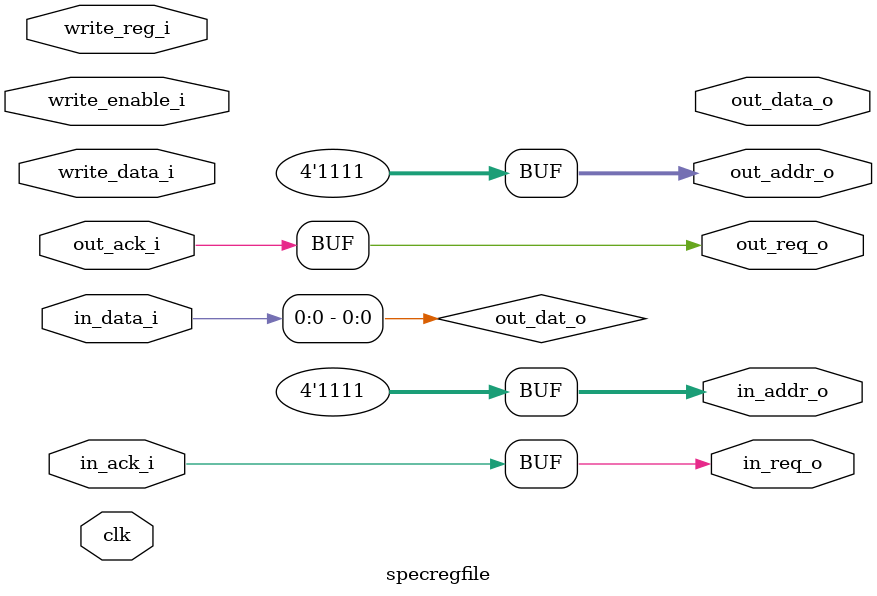
<source format=sv>
/* 
*	Authors: Nicholas Otto and Marc Slaughter
*	nicholasotto / msslaughter@sandiego.edu
*/

// NUM_REG : number of registers in the register file
// S_WIDTH : number of bits needed to specify special register
// D_WIDTH : data width
module specregfile#(parameter NUM_REG=16, PA_WIDTH = 4, S_WIDTH=6, D_WIDTH=34)
(
	input clk,
	input write_enable_i,
	input [S_WIDTH-1 : 0] write_reg_i,// addr of reg to write
	input [D_WIDTH-1 : 0] write_data_i, // data to write to reg
	
	output in_req_o,
	output out_req_o,
	output [PA_WIDTH-1 : 0] in_addr_o,
	output [PA_WIDTH-1 : 0] out_addr_o,
	
	input [D_WIDTH-1 : 0] in_data_i,
	output [D_WIDTH-1 : 0] out_data_o,
	
	input in_ack_i,
	input out_ack_i
);

assign out_dat_o = in_data_i;
assign in_req_o = in_ack_i;
assign out_req_o = out_ack_i;
assign in_addr_o = {PA_WIDTH{1'b1}};
assign out_addr_o = {PA_WIDTH{1'b1}};


/*
register_file register_filer(
	.clk(clk)
	,.wen_i(write_enable_i)
	,.wa_i(write_reg_i)
	,.ra0_i(rs_val_i)
	,.ra1_i(rt_val_i)
	,.ra2_i(rd_val_i)
	,.wd_i(write_data_i)
	,.rd0_o(rd0_o)
	,.rd1_o(rd1_o)
	,.rd2_o(rd2_o)
);
*/

endmodule

</source>
